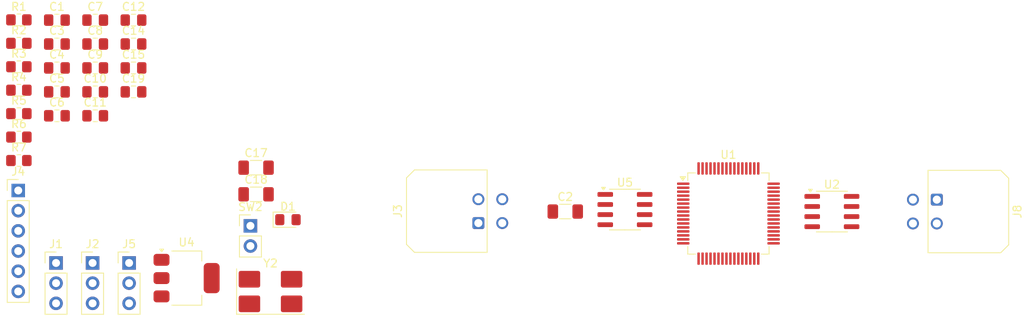
<source format=kicad_pcb>
(kicad_pcb (version 20241229) (generator "pcbnew") (generator_version "9.0")
  (layers (0 "F.Cu" signal) (2 "B.Cu" signal) (13 "F.Paste" user) (15 "B.Paste" user) (5 "F.SilkS" user "F.Silkscreen") (7 "B.SilkS" user "B.Silkscreen") (1 "F.Mask" user) (3 "B.Mask" user) (25 "Edge.Cuts" user))
  (net 0 "")
  (net 1 "GND")
  (net 2 "+3.3V")
  (net 3 "+3.3VA")
  (net 4 "Net-(C10-Pad1)")
  (net 5 "Net-(C12-Pad1)")
  (net 6 "Net-(U1-PD0)")
  (net 7 "Net-(U1-PD1)")
  (net 8 "+12V")
  (net 9 "NReset")
  (net 10 "Net-(D1-K)")
  (net 11 "Net-(J1-Pin_2)")
  (net 12 "Net-(J2-Pin_2)")
  (net 14 "2_CANL")
  (net 16 "2_CANH")
  (net 17 "SYS_JTDO")
  (net 18 "SYS_JTDI")
  (net 19 "SYS_JTCK-SW")
  (net 20 "SYS_JTMS-SWDIO")
  (net 21 "SYS_NJTRST")
  (net 22 "USART1_TX")
  (net 23 "USART1_RX")
  (net 24 "USART1_CK")
  (net 25 "1_CANH")
  (net 26 "1_CANL")
  (net 27 "LV_CANH")
  (net 28 "LV_CANL")
  (net 29 "Net-(U1-BOOT0)")
  (net 31 "MCU_CAN2_TX")
  (net 39 "MCU_CAN2_RX")
  (net 51 "MCU_CAN1_TX")
  (net 62 "MCU_CAN1_RX")
  (footprint "Capacitor_SMD:C_0805_2012Metric_Pad1.18x1.45mm_HandSolder" (layer "F.Cu") (at 80.135 65.95)
    (property "Reference" "C6" (at 0 -1.68 0) (layer "F.SilkS"))
    (property "Value" "100n")
    (fp_line (start -0.261252 -0.735) (end 0.261252 -0.735) (stroke (width 0.12)) (layer "F.SilkS"))
    (fp_line (start -0.261252 0.735) (end 0.261252 0.735) (stroke (width 0.12)) (layer "F.SilkS"))
    (pad "1" smd roundrect (at -1.0375 0) (size 1.175 1.45) (layers "F.Cu" "F.Mask" "F.Paste") (roundrect_rratio 0.212766) (net 2 "+3.3V"))
    (pad "2" smd roundrect (at 1.0375 0) (size 1.175 1.45) (layers "F.Cu" "F.Mask" "F.Paste") (roundrect_rratio 0.212766) (net 1 "GND"))
  )
  (footprint "Capacitor_SMD:C_0805_2012Metric_Pad1.18x1.45mm_HandSolder" (layer "F.Cu") (at 89.755 62.94)
    (property "Reference" "C19" (at 0 -1.68 0) (layer "F.SilkS"))
    (property "Value" "100n")
    (fp_line (start -0.261252 -0.735) (end 0.261252 -0.735) (stroke (width 0.12)) (layer "F.SilkS"))
    (fp_line (start -0.261252 0.735) (end 0.261252 0.735) (stroke (width 0.12)) (layer "F.SilkS"))
    (pad "1" smd roundrect (at -1.0375 0) (size 1.175 1.45) (layers "F.Cu" "F.Mask" "F.Paste") (roundrect_rratio 0.212766) (net 9 "NReset"))
    (pad "2" smd roundrect (at 1.0375 0) (size 1.175 1.45) (layers "F.Cu" "F.Mask" "F.Paste") (roundrect_rratio 0.212766) (net 1 "GND"))
  )
  (footprint "Capacitor_SMD:C_0805_2012Metric_Pad1.18x1.45mm_HandSolder" (layer "F.Cu") (at 80.135 62.94)
    (property "Reference" "C5" (at 0 -1.68 0) (layer "F.SilkS"))
    (property "Value" "100n")
    (fp_line (start -0.261252 -0.735) (end 0.261252 -0.735) (stroke (width 0.12)) (layer "F.SilkS"))
    (fp_line (start -0.261252 0.735) (end 0.261252 0.735) (stroke (width 0.12)) (layer "F.SilkS"))
    (pad "1" smd roundrect (at -1.0375 0) (size 1.175 1.45) (layers "F.Cu" "F.Mask" "F.Paste") (roundrect_rratio 0.212766) (net 2 "+3.3V"))
    (pad "2" smd roundrect (at 1.0375 0) (size 1.175 1.45) (layers "F.Cu" "F.Mask" "F.Paste") (roundrect_rratio 0.212766) (net 1 "GND"))
  )
  (footprint "Capacitor_SMD:C_0805_2012Metric_Pad1.18x1.45mm_HandSolder" (layer "F.Cu") (at 84.945 56.92)
    (property "Reference" "C8" (at 0 -1.68 0) (layer "F.SilkS"))
    (property "Value" "10n")
    (fp_line (start -0.261252 -0.735) (end 0.261252 -0.735) (stroke (width 0.12)) (layer "F.SilkS"))
    (fp_line (start -0.261252 0.735) (end 0.261252 0.735) (stroke (width 0.12)) (layer "F.SilkS"))
    (pad "1" smd roundrect (at -1.0375 0) (size 1.175 1.45) (layers "F.Cu" "F.Mask" "F.Paste") (roundrect_rratio 0.212766) (net 3 "+3.3VA"))
    (pad "2" smd roundrect (at 1.0375 0) (size 1.175 1.45) (layers "F.Cu" "F.Mask" "F.Paste") (roundrect_rratio 0.212766) (net 1 "GND"))
  )
  (footprint "Package_QFP:LQFP-64_10x10mm_P0.5mm" (layer "F.Cu") (at 164.5 78.25)
    (property "Reference" "U1" (at 0 -7.4 0) (layer "F.SilkS"))
    (property "Value" "STM32F105RBTx")
    (fp_line (start -5.11 -5.11) (end -5.11 -4.16) (stroke (width 0.12)) (layer "F.SilkS"))
    (fp_line (start -5.11 5.11) (end -5.11 4.16) (stroke (width 0.12)) (layer "F.SilkS"))
    (fp_line (start -4.16 -5.11) (end -5.11 -5.11) (stroke (width 0.12)) (layer "F.SilkS"))
    (fp_line (start -4.16 5.11) (end -5.11 5.11) (stroke (width 0.12)) (layer "F.SilkS"))
    (fp_line (start 4.16 -5.11) (end 5.11 -5.11) (stroke (width 0.12)) (layer "F.SilkS"))
    (fp_line (start 4.16 5.11) (end 5.11 5.11) (stroke (width 0.12)) (layer "F.SilkS"))
    (fp_line (start 5.11 -5.11) (end 5.11 -4.16) (stroke (width 0.12)) (layer "F.SilkS"))
    (fp_line (start 5.11 5.11) (end 5.11 4.16) (stroke (width 0.12)) (layer "F.SilkS"))
    (fp_poly (pts (xy -5.725 -4.16) (xy -6.065 -4.63) (xy -5.385 -4.63)) (stroke (width 0.12)) (fill yes) (layer "F.SilkS"))
    (pad "1" smd roundrect (at -5.675 -3.75) (size 1.55 0.3) (layers "F.Cu" "F.Mask" "F.Paste") (net 2 "+3.3V"))
    (pad "2" smd roundrect (at -5.675 -3.25) (size 1.55 0.3) (layers "F.Cu" "F.Mask" "F.Paste"))
    (pad "3" smd roundrect (at -5.675 -2.75) (size 1.55 0.3) (layers "F.Cu" "F.Mask" "F.Paste"))
    (pad "4" smd roundrect (at -5.675 -2.25) (size 1.55 0.3) (layers "F.Cu" "F.Mask" "F.Paste"))
    (pad "5" smd roundrect (at -5.675 -1.75) (size 1.55 0.3) (layers "F.Cu" "F.Mask" "F.Paste") (net 6 "Net-(U1-PD0)"))
    (pad "6" smd roundrect (at -5.675 -1.25) (size 1.55 0.3) (layers "F.Cu" "F.Mask" "F.Paste") (net 7 "Net-(U1-PD1)"))
    (pad "7" smd roundrect (at -5.675 -0.75) (size 1.55 0.3) (layers "F.Cu" "F.Mask" "F.Paste") (net 9 "NReset"))
    (pad "8" smd roundrect (at -5.675 -0.25) (size 1.55 0.3) (layers "F.Cu" "F.Mask" "F.Paste"))
    (pad "9" smd roundrect (at -5.675 0.25) (size 1.55 0.3) (layers "F.Cu" "F.Mask" "F.Paste"))
    (pad "10" smd roundrect (at -5.675 0.75) (size 1.55 0.3) (layers "F.Cu" "F.Mask" "F.Paste"))
    (pad "11" smd roundrect (at -5.675 1.25) (size 1.55 0.3) (layers "F.Cu" "F.Mask" "F.Paste"))
    (pad "12" smd roundrect (at -5.675 1.75) (size 1.55 0.3) (layers "F.Cu" "F.Mask" "F.Paste") (net 1 "GND"))
    (pad "13" smd roundrect (at -5.675 2.25) (size 1.55 0.3) (layers "F.Cu" "F.Mask" "F.Paste") (net 3 "+3.3VA"))
    (pad "14" smd roundrect (at -5.675 2.75) (size 1.55 0.3) (layers "F.Cu" "F.Mask" "F.Paste"))
    (pad "15" smd roundrect (at -5.675 3.25) (size 1.55 0.3) (layers "F.Cu" "F.Mask" "F.Paste"))
    (pad "16" smd roundrect (at -5.675 3.75) (size 1.55 0.3) (layers "F.Cu" "F.Mask" "F.Paste"))
    (pad "17" smd roundrect (at -3.75 5.675) (size 0.3 1.55) (layers "F.Cu" "F.Mask" "F.Paste"))
    (pad "18" smd roundrect (at -3.25 5.675) (size 0.3 1.55) (layers "F.Cu" "F.Mask" "F.Paste") (net 1 "GND"))
    (pad "19" smd roundrect (at -2.75 5.675) (size 0.3 1.55) (layers "F.Cu" "F.Mask" "F.Paste") (net 2 "+3.3V"))
    (pad "20" smd roundrect (at -2.25 5.675) (size 0.3 1.55) (layers "F.Cu" "F.Mask" "F.Paste"))
    (pad "21" smd roundrect (at -1.75 5.675) (size 0.3 1.55) (layers "F.Cu" "F.Mask" "F.Paste"))
    (pad "22" smd roundrect (at -1.25 5.675) (size 0.3 1.55) (layers "F.Cu" "F.Mask" "F.Paste"))
    (pad "23" smd roundrect (at -0.75 5.675) (size 0.3 1.55) (layers "F.Cu" "F.Mask" "F.Paste"))
    (pad "24" smd roundrect (at -0.25 5.675) (size 0.3 1.55) (layers "F.Cu" "F.Mask" "F.Paste"))
    (pad "25" smd roundrect (at 0.25 5.675) (size 0.3 1.55) (layers "F.Cu" "F.Mask" "F.Paste"))
    (pad "26" smd roundrect (at 0.75 5.675) (size 0.3 1.55) (layers "F.Cu" "F.Mask" "F.Paste"))
    (pad "27" smd roundrect (at 1.25 5.675) (size 0.3 1.55) (layers "F.Cu" "F.Mask" "F.Paste"))
    (pad "28" smd roundrect (at 1.75 5.675) (size 0.3 1.55) (layers "F.Cu" "F.Mask" "F.Paste") (net 11 "Net-(J1-Pin_2)"))
    (pad "29" smd roundrect (at 2.25 5.675) (size 0.3 1.55) (layers "F.Cu" "F.Mask" "F.Paste"))
    (pad "30" smd roundrect (at 2.75 5.675) (size 0.3 1.55) (layers "F.Cu" "F.Mask" "F.Paste"))
    (pad "31" smd roundrect (at 3.25 5.675) (size 0.3 1.55) (layers "F.Cu" "F.Mask" "F.Paste") (net 1 "GND"))
    (pad "32" smd roundrect (at 3.75 5.675) (size 0.3 1.55) (layers "F.Cu" "F.Mask" "F.Paste") (net 2 "+3.3V"))
    (pad "33" smd roundrect (at 5.675 3.75) (size 1.55 0.3) (layers "F.Cu" "F.Mask" "F.Paste") (net 39 "MCU_CAN2_RX"))
    (pad "34" smd roundrect (at 5.675 3.25) (size 1.55 0.3) (layers "F.Cu" "F.Mask" "F.Paste") (net 31 "MCU_CAN2_TX"))
    (pad "35" smd roundrect (at 5.675 2.75) (size 1.55 0.3) (layers "F.Cu" "F.Mask" "F.Paste"))
    (pad "36" smd roundrect (at 5.675 2.25) (size 1.55 0.3) (layers "F.Cu" "F.Mask" "F.Paste"))
    (pad "37" smd roundrect (at 5.675 1.75) (size 1.55 0.3) (layers "F.Cu" "F.Mask" "F.Paste"))
    (pad "38" smd roundrect (at 5.675 1.25) (size 1.55 0.3) (layers "F.Cu" "F.Mask" "F.Paste"))
    (pad "39" smd roundrect (at 5.675 0.75) (size 1.55 0.3) (layers "F.Cu" "F.Mask" "F.Paste"))
    (pad "40" smd roundrect (at 5.675 0.25) (size 1.55 0.3) (layers "F.Cu" "F.Mask" "F.Paste"))
    (pad "41" smd roundrect (at 5.675 -0.25) (size 1.55 0.3) (layers "F.Cu" "F.Mask" "F.Paste") (net 24 "USART1_CK"))
    (pad "42" smd roundrect (at 5.675 -0.75) (size 1.55 0.3) (layers "F.Cu" "F.Mask" "F.Paste") (net 22 "USART1_TX"))
    (pad "43" smd roundrect (at 5.675 -1.25) (size 1.55 0.3) (layers "F.Cu" "F.Mask" "F.Paste") (net 23 "USART1_RX"))
    (pad "44" smd roundrect (at 5.675 -1.75) (size 1.55 0.3) (layers "F.Cu" "F.Mask" "F.Paste"))
    (pad "45" smd roundrect (at 5.675 -2.25) (size 1.55 0.3) (layers "F.Cu" "F.Mask" "F.Paste"))
    (pad "46" smd roundrect (at 5.675 -2.75) (size 1.55 0.3) (layers "F.Cu" "F.Mask" "F.Paste") (net 20 "SYS_JTMS-SWDIO"))
    (pad "47" smd roundrect (at 5.675 -3.25) (size 1.55 0.3) (layers "F.Cu" "F.Mask" "F.Paste") (net 1 "GND"))
    (pad "48" smd roundrect (at 5.675 -3.75) (size 1.55 0.3) (layers "F.Cu" "F.Mask" "F.Paste") (net 2 "+3.3V"))
    (pad "49" smd roundrect (at 3.75 -5.675) (size 0.3 1.55) (layers "F.Cu" "F.Mask" "F.Paste") (net 19 "SYS_JTCK-SW"))
    (pad "50" smd roundrect (at 3.25 -5.675) (size 0.3 1.55) (layers "F.Cu" "F.Mask" "F.Paste") (net 18 "SYS_JTDI"))
    (pad "51" smd roundrect (at 2.75 -5.675) (size 0.3 1.55) (layers "F.Cu" "F.Mask" "F.Paste"))
    (pad "52" smd roundrect (at 2.25 -5.675) (size 0.3 1.55) (layers "F.Cu" "F.Mask" "F.Paste"))
    (pad "53" smd roundrect (at 1.75 -5.675) (size 0.3 1.55) (layers "F.Cu" "F.Mask" "F.Paste"))
    (pad "54" smd roundrect (at 1.25 -5.675) (size 0.3 1.55) (layers "F.Cu" "F.Mask" "F.Paste"))
    (pad "55" smd roundrect (at 0.75 -5.675) (size 0.3 1.55) (layers "F.Cu" "F.Mask" "F.Paste") (net 17 "SYS_JTDO"))
    (pad "56" smd roundrect (at 0.25 -5.675) (size 0.3 1.55) (layers "F.Cu" "F.Mask" "F.Paste") (net 21 "SYS_NJTRST"))
    (pad "57" smd roundrect (at -0.25 -5.675) (size 0.3 1.55) (layers "F.Cu" "F.Mask" "F.Paste"))
    (pad "58" smd roundrect (at -0.75 -5.675) (size 0.3 1.55) (layers "F.Cu" "F.Mask" "F.Paste"))
    (pad "59" smd roundrect (at -1.25 -5.675) (size 0.3 1.55) (layers "F.Cu" "F.Mask" "F.Paste"))
    (pad "60" smd roundrect (at -1.75 -5.675) (size 0.3 1.55) (layers "F.Cu" "F.Mask" "F.Paste") (net 29 "Net-(U1-BOOT0)"))
    (pad "61" smd roundrect (at -2.25 -5.675) (size 0.3 1.55) (layers "F.Cu" "F.Mask" "F.Paste") (net 62 "MCU_CAN1_RX"))
    (pad "62" smd roundrect (at -2.75 -5.675) (size 0.3 1.55) (layers "F.Cu" "F.Mask" "F.Paste") (net 51 "MCU_CAN1_TX"))
    (pad "63" smd roundrect (at -3.25 -5.675) (size 0.3 1.55) (layers "F.Cu" "F.Mask" "F.Paste") (net 1 "GND"))
    (pad "64" smd roundrect (at -3.75 -5.675) (size 0.3 1.55) (layers "F.Cu" "F.Mask" "F.Paste") (net 2 "+3.3V"))
  )
  (footprint "Capacitor_SMD:C_0805_2012Metric_Pad1.18x1.45mm_HandSolder" (layer "F.Cu") (at 84.945 59.93)
    (property "Reference" "C9" (at 0 -1.68 0) (layer "F.SilkS"))
    (property "Value" "1u")
    (fp_line (start -0.261252 -0.735) (end 0.261252 -0.735) (stroke (width 0.12)) (layer "F.SilkS"))
    (fp_line (start -0.261252 0.735) (end 0.261252 0.735) (stroke (width 0.12)) (layer "F.SilkS"))
    (pad "1" smd roundrect (at -1.0375 0) (size 1.175 1.45) (layers "F.Cu" "F.Mask" "F.Paste") (roundrect_rratio 0.212766) (net 2 "+3.3V"))
    (pad "2" smd roundrect (at 1.0375 0) (size 1.175 1.45) (layers "F.Cu" "F.Mask" "F.Paste") (roundrect_rratio 0.212766) (net 1 "GND"))
  )
  (footprint "Resistor_SMD:R_0805_2012Metric_Pad1.20x1.40mm_HandSolder" (layer "F.Cu") (at 75.355 59.78)
    (property "Reference" "R3" (at 0 -1.65 0) (layer "F.SilkS"))
    (property "Value" "60R")
    (fp_line (start -0.227064 -0.735) (end 0.227064 -0.735) (stroke (width 0.12)) (layer "F.SilkS"))
    (fp_line (start -0.227064 0.735) (end 0.227064 0.735) (stroke (width 0.12)) (layer "F.SilkS"))
    (pad "1" smd roundrect (at -1 0) (size 1.2 1.4) (layers "F.Cu" "F.Mask" "F.Paste") (roundrect_rratio 0.208333) (net 5 "Net-(C12-Pad1)"))
    (pad "2" smd roundrect (at 1 0) (size 1.2 1.4) (layers "F.Cu" "F.Mask" "F.Paste") (roundrect_rratio 0.208333) (net 16 "2_CANH"))
  )
  (footprint "Resistor_SMD:R_0805_2012Metric_Pad1.20x1.40mm_HandSolder" (layer "F.Cu") (at 75.355 53.88)
    (property "Reference" "R1" (at 0 -1.65 0) (layer "F.SilkS"))
    (property "Value" "60R")
    (fp_line (start -0.227064 -0.735) (end 0.227064 -0.735) (stroke (width 0.12)) (layer "F.SilkS"))
    (fp_line (start -0.227064 0.735) (end 0.227064 0.735) (stroke (width 0.12)) (layer "F.SilkS"))
    (pad "1" smd roundrect (at -1 0) (size 1.2 1.4) (layers "F.Cu" "F.Mask" "F.Paste") (roundrect_rratio 0.208333) (net 4 "Net-(C10-Pad1)"))
    (pad "2" smd roundrect (at 1 0) (size 1.2 1.4) (layers "F.Cu" "F.Mask" "F.Paste") (roundrect_rratio 0.208333) (net 27 "LV_CANH"))
  )
  (footprint "Connector_PinHeader_2.54mm:PinHeader_1x02_P2.54mm_Vertical" (layer "F.Cu") (at 104.445 79.8)
    (property "Reference" "SW2" (at 0 -2.38 0) (layer "F.SilkS"))
    (property "Value" "SW_Push")
    (fp_line (start -1.38 -1.38) (end 0 -1.38) (stroke (width 0.12)) (layer "F.SilkS"))
    (fp_line (start -1.38 0) (end -1.38 -1.38) (stroke (width 0.12)) (layer "F.SilkS"))
    (fp_line (start -1.38 1.27) (end -1.38 3.92) (stroke (width 0.12)) (layer "F.SilkS"))
    (fp_line (start -1.38 1.27) (end 1.38 1.27) (stroke (width 0.12)) (layer "F.SilkS"))
    (fp_line (start -1.38 3.92) (end 1.38 3.92) (stroke (width 0.12)) (layer "F.SilkS"))
    (fp_line (start 1.38 1.27) (end 1.38 3.92) (stroke (width 0.12)) (layer "F.SilkS"))
    (pad "1" thru_hole rect (at 0 0) (size 1.7 1.7) (drill 1) (layers "*.Cu" "*.Mask") (net 1 "GND"))
    (pad "2" thru_hole circle (at 0 2.54) (size 1.7 1.7) (drill 1) (layers "*.Cu" "*.Mask") (net 9 "NReset"))
  )
  (footprint "Capacitor_SMD:C_0805_2012Metric_Pad1.18x1.45mm_HandSolder" (layer "F.Cu") (at 89.755 56.92)
    (property "Reference" "C14" (at 0 -1.68 0) (layer "F.SilkS"))
    (property "Value" "20p")
    (fp_line (start -0.261252 -0.735) (end 0.261252 -0.735) (stroke (width 0.12)) (layer "F.SilkS"))
    (fp_line (start -0.261252 0.735) (end 0.261252 0.735) (stroke (width 0.12)) (layer "F.SilkS"))
    (pad "1" smd roundrect (at -1.0375 0) (size 1.175 1.45) (layers "F.Cu" "F.Mask" "F.Paste") (roundrect_rratio 0.212766) (net 6 "Net-(U1-PD0)"))
    (pad "2" smd roundrect (at 1.0375 0) (size 1.175 1.45) (layers "F.Cu" "F.Mask" "F.Paste") (roundrect_rratio 0.212766) (net 1 "GND"))
  )
  (footprint "Resistor_SMD:R_0805_2012Metric_Pad1.20x1.40mm_HandSolder" (layer "F.Cu") (at 75.355 56.83)
    (property "Reference" "R2" (at 0 -1.65 0) (layer "F.SilkS"))
    (property "Value" "60R")
    (fp_line (start -0.227064 -0.735) (end 0.227064 -0.735) (stroke (width 0.12)) (layer "F.SilkS"))
    (fp_line (start -0.227064 0.735) (end 0.227064 0.735) (stroke (width 0.12)) (layer "F.SilkS"))
    (pad "1" smd roundrect (at -1 0) (size 1.2 1.4) (layers "F.Cu" "F.Mask" "F.Paste") (roundrect_rratio 0.208333) (net 28 "LV_CANL"))
    (pad "2" smd roundrect (at 1 0) (size 1.2 1.4) (layers "F.Cu" "F.Mask" "F.Paste") (roundrect_rratio 0.208333) (net 4 "Net-(C10-Pad1)"))
  )
  (footprint "Connector_PinHeader_2.54mm:PinHeader_1x03_P2.54mm_Vertical" (layer "F.Cu") (at 80.025 84.47)
    (property "Reference" "J1" (at 0 -2.38 0) (layer "F.SilkS"))
    (property "Value" "BOOT1")
    (fp_line (start -1.38 -1.38) (end 0 -1.38) (stroke (width 0.12)) (layer "F.SilkS"))
    (fp_line (start -1.38 0) (end -1.38 -1.38) (stroke (width 0.12)) (layer "F.SilkS"))
    (fp_line (start -1.38 1.27) (end -1.38 6.46) (stroke (width 0.12)) (layer "F.SilkS"))
    (fp_line (start -1.38 1.27) (end 1.38 1.27) (stroke (width 0.12)) (layer "F.SilkS"))
    (fp_line (start -1.38 6.46) (end 1.38 6.46) (stroke (width 0.12)) (layer "F.SilkS"))
    (fp_line (start 1.38 1.27) (end 1.38 6.46) (stroke (width 0.12)) (layer "F.SilkS"))
    (pad "1" thru_hole rect (at 0 0) (size 1.7 1.7) (drill 1) (layers "*.Cu" "*.Mask") (net 2 "+3.3V"))
    (pad "2" thru_hole circle (at 0 2.54) (size 1.7 1.7) (drill 1) (layers "*.Cu" "*.Mask") (net 11 "Net-(J1-Pin_2)"))
    (pad "3" thru_hole circle (at 0 5.08) (size 1.7 1.7) (drill 1) (layers "*.Cu" "*.Mask") (net 1 "GND"))
  )
  (footprint "Capacitor_SMD:C_1206_3216Metric_Pad1.33x1.80mm_HandSolder" (layer "F.Cu") (at 144 78)
    (property "Reference" "C2" (at 0 -1.85 0) (layer "F.SilkS"))
    (property "Value" "4.7u")
    (fp_line (start -0.711252 -0.91) (end 0.711252 -0.91) (stroke (width 0.12)) (layer "F.SilkS"))
    (fp_line (start -0.711252 0.91) (end 0.711252 0.91) (stroke (width 0.12)) (layer "F.SilkS"))
    (pad "1" smd roundrect (at -1.5625 0) (size 1.325 1.8) (layers "F.Cu" "F.Mask" "F.Paste") (roundrect_rratio 0.188679) (net 2 "+3.3V"))
    (pad "2" smd roundrect (at 1.5625 0) (size 1.325 1.8) (layers "F.Cu" "F.Mask" "F.Paste") (roundrect_rratio 0.188679) (net 1 "GND"))
  )
  (footprint "Capacitor_SMD:C_0805_2012Metric_Pad1.18x1.45mm_HandSolder" (layer "F.Cu") (at 89.755 59.93)
    (property "Reference" "C15" (at 0 -1.68 0) (layer "F.SilkS"))
    (property "Value" "20p")
    (fp_line (start -0.261252 -0.735) (end 0.261252 -0.735) (stroke (width 0.12)) (layer "F.SilkS"))
    (fp_line (start -0.261252 0.735) (end 0.261252 0.735) (stroke (width 0.12)) (layer "F.SilkS"))
    (pad "1" smd roundrect (at -1.0375 0) (size 1.175 1.45) (layers "F.Cu" "F.Mask" "F.Paste") (roundrect_rratio 0.212766) (net 7 "Net-(U1-PD1)"))
    (pad "2" smd roundrect (at 1.0375 0) (size 1.175 1.45) (layers "F.Cu" "F.Mask" "F.Paste") (roundrect_rratio 0.212766) (net 1 "GND"))
  )
  (footprint "Capacitor_SMD:C_0805_2012Metric_Pad1.18x1.45mm_HandSolder" (layer "F.Cu") (at 80.135 53.91)
    (property "Reference" "C1" (at 0 -1.68 0) (layer "F.SilkS"))
    (property "Value" "100n")
    (fp_line (start -0.261252 -0.735) (end 0.261252 -0.735) (stroke (width 0.12)) (layer "F.SilkS"))
    (fp_line (start -0.261252 0.735) (end 0.261252 0.735) (stroke (width 0.12)) (layer "F.SilkS"))
    (pad "1" smd roundrect (at -1.0375 0) (size 1.175 1.45) (layers "F.Cu" "F.Mask" "F.Paste") (roundrect_rratio 0.212766) (net 2 "+3.3V"))
    (pad "2" smd roundrect (at 1.0375 0) (size 1.175 1.45) (layers "F.Cu" "F.Mask" "F.Paste") (roundrect_rratio 0.212766) (net 1 "GND"))
  )
  (footprint "Connector_PinHeader_2.54mm:PinHeader_1x06_P2.54mm_Vertical" (layer "F.Cu") (at 75.275 75.35)
    (property "Reference" "J4" (at 0 -2.38 0) (layer "F.SilkS"))
    (property "Value" "JTAG5")
    (fp_line (start -1.38 -1.38) (end 0 -1.38) (stroke (width 0.12)) (layer "F.SilkS"))
    (fp_line (start -1.38 0) (end -1.38 -1.38) (stroke (width 0.12)) (layer "F.SilkS"))
    (fp_line (start -1.38 1.27) (end -1.38 14.08) (stroke (width 0.12)) (layer "F.SilkS"))
    (fp_line (start -1.38 1.27) (end 1.38 1.27) (stroke (width 0.12)) (layer "F.SilkS"))
    (fp_line (start -1.38 14.08) (end 1.38 14.08) (stroke (width 0.12)) (layer "F.SilkS"))
    (fp_line (start 1.38 1.27) (end 1.38 14.08) (stroke (width 0.12)) (layer "F.SilkS"))
    (pad "1" thru_hole rect (at 0 0) (size 1.7 1.7) (drill 1) (layers "*.Cu" "*.Mask") (net 9 "NReset"))
    (pad "2" thru_hole circle (at 0 2.54) (size 1.7 1.7) (drill 1) (layers "*.Cu" "*.Mask") (net 21 "SYS_NJTRST"))
    (pad "3" thru_hole circle (at 0 5.08) (size 1.7 1.7) (drill 1) (layers "*.Cu" "*.Mask") (net 17 "SYS_JTDO"))
    (pad "4" thru_hole circle (at 0 7.62) (size 1.7 1.7) (drill 1) (layers "*.Cu" "*.Mask") (net 18 "SYS_JTDI"))
    (pad "5" thru_hole circle (at 0 10.16) (size 1.7 1.7) (drill 1) (layers "*.Cu" "*.Mask") (net 19 "SYS_JTCK-SW"))
    (pad "6" thru_hole circle (at 0 12.7) (size 1.7 1.7) (drill 1) (layers "*.Cu" "*.Mask") (net 20 "SYS_JTMS-SWDIO"))
  )
  (footprint "Connector_Molex:Molex_Micro-Fit_3.0_43045-0400_2x02_P3.00mm_Horizontal" (layer "F.Cu") (at 133.085 79.45 90)
    (property "Reference" "J3" (at 1.5 -10.12 90) (layer "F.SilkS"))
    (property "Value" "CAN 2")
    (fp_line (start 5.685 -9.03) (end 6.685 -8.03) (stroke (width 0.12)) (layer "F.SilkS"))
    (fp_line (start -2.685 -9.03) (end 5.685 -9.03) (stroke (width 0.12)) (layer "F.SilkS"))
    (fp_line (start 6.685 -8.03) (end 6.685 1.1) (stroke (width 0.12)) (layer "F.SilkS"))
    (fp_line (start -3.685 -8.03) (end -2.685 -9.03) (stroke (width 0.12)) (layer "F.SilkS"))
    (fp_line (start 6.685 1.1) (end -3.685 1.1) (stroke (width 0.12)) (layer "F.SilkS"))
    (fp_line (start -3.685 1.1) (end -3.685 -8.03) (stroke (width 0.12)) (layer "F.SilkS"))
    (pad "" np_thru_hole circle (at 1.5 -4.32 90) (size 3 3) (drill 3) (layers "*.Cu" "*.Mask"))
    (pad "1" thru_hole roundrect (at 0 0 90) (size 1.5 1.5) (drill 1.02) (layers "*.Cu" "*.Mask") (roundrect_rratio 0.166667))
    (pad "2" thru_hole circle (at 3 0 90) (size 1.5 1.5) (drill 1.02) (layers "*.Cu" "*.Mask"))
    (pad "3" thru_hole circle (at 0 3 90) (size 1.5 1.5) (drill 1.02) (layers "*.Cu" "*.Mask") (net 16 "2_CANH"))
    (pad "4" thru_hole circle (at 3 3 90) (size 1.5 1.5) (drill 1.02) (layers "*.Cu" "*.Mask") (net 14 "2_CANL"))
  )
  (footprint "Package_SO:SOIC-8_3.9x4.9mm_P1.27mm" (layer "F.Cu") (at 177.5 78)
    (property "Reference" "U2" (at 0 -3.4 0) (layer "F.SilkS"))
    (property "Value" "MAX3051ESA+")
    (fp_line (start 0 -2.56) (end -1.95 -2.56) (stroke (width 0.12)) (layer "F.SilkS"))
    (fp_line (start 0 -2.56) (end 1.95 -2.56) (stroke (width 0.12)) (layer "F.SilkS"))
    (fp_line (start 0 2.56) (end -1.95 2.56) (stroke (width 0.12)) (layer "F.SilkS"))
    (fp_line (start 0 2.56) (end 1.95 2.56) (stroke (width 0.12)) (layer "F.SilkS"))
    (fp_poly (pts (xy -2.7 -2.465) (xy -2.94 -2.795) (xy -2.46 -2.795)) (stroke (width 0.12)) (fill yes) (layer "F.SilkS"))
    (pad "1" smd roundrect (at -2.475 -1.905) (size 1.95 0.6) (layers "F.Cu" "F.Mask" "F.Paste") (net 31 "MCU_CAN2_TX"))
    (pad "2" smd roundrect (at -2.475 -0.635) (size 1.95 0.6) (layers "F.Cu" "F.Mask" "F.Paste") (net 1 "GND"))
    (pad "3" smd roundrect (at -2.475 0.635) (size 1.95 0.6) (layers "F.Cu" "F.Mask" "F.Paste") (net 2 "+3.3V"))
    (pad "4" smd roundrect (at -2.475 1.905) (size 1.95 0.6) (layers "F.Cu" "F.Mask" "F.Paste") (net 39 "MCU_CAN2_RX"))
    (pad "5" smd roundrect (at 2.475 1.905) (size 1.95 0.6) (layers "F.Cu" "F.Mask" "F.Paste"))
    (pad "6" smd roundrect (at 2.475 0.635) (size 1.95 0.6) (layers "F.Cu" "F.Mask" "F.Paste") (net 14 "2_CANL"))
    (pad "7" smd roundrect (at 2.475 -0.635) (size 1.95 0.6) (layers "F.Cu" "F.Mask" "F.Paste") (net 16 "2_CANH"))
    (pad "8" smd roundrect (at 2.475 -1.905) (size 1.95 0.6) (layers "F.Cu" "F.Mask" "F.Paste") (net 1 "GND"))
  )
  (footprint "Package_TO_SOT_SMD:SOT-223-3_TabPin2" (layer "F.Cu") (at 96.425 86.375)
    (property "Reference" "U4" (at 0 -4.5 0) (layer "F.SilkS"))
    (property "Value" "AZ1117CH-3.3TRG1")
    (fp_line (start -1.85 -3.41) (end 1.91 -3.41) (stroke (width 0.12)) (layer "F.SilkS"))
    (fp_line (start -1.85 3.41) (end 1.91 3.41) (stroke (width 0.12)) (layer "F.SilkS"))
    (fp_line (start 1.91 -3.41) (end 1.91 -2.15) (stroke (width 0.12)) (layer "F.SilkS"))
    (fp_line (start 1.91 3.41) (end 1.91 2.15) (stroke (width 0.12)) (layer "F.SilkS"))
    (fp_poly (pts (xy -3.13 -3.31) (xy -3.37 -3.64) (xy -2.89 -3.64) (xy -3.13 -3.31)) (stroke (width 0.12)) (fill yes) (layer "F.SilkS"))
    (pad "1" smd roundrect (at -3.15 -2.3) (size 2 1.5) (layers "F.Cu" "F.Mask" "F.Paste") (net 1 "GND"))
    (pad "2" smd roundrect (at -3.15 0) (size 2 1.5) (layers "F.Cu" "F.Mask" "F.Paste") (net 2 "+3.3V"))
    (pad "2" smd roundrect (at 3.15 0) (size 2 3.8) (layers "F.Cu" "F.Mask" "F.Paste") (net 2 "+3.3V"))
    (pad "3" smd roundrect (at -3.15 2.3) (size 2 1.5) (layers "F.Cu" "F.Mask" "F.Paste") (net 8 "+12V"))
  )
  (footprint "Capacitor_SMD:C_0805_2012Metric_Pad1.18x1.45mm_HandSolder" (layer "F.Cu") (at 80.135 56.92)
    (property "Reference" "C3" (at 0 -1.68 0) (layer "F.SilkS"))
    (property "Value" "100n")
    (fp_line (start -0.261252 -0.735) (end 0.261252 -0.735) (stroke (width 0.12)) (layer "F.SilkS"))
    (fp_line (start -0.261252 0.735) (end 0.261252 0.735) (stroke (width 0.12)) (layer "F.SilkS"))
    (pad "1" smd roundrect (at -1.0375 0) (size 1.175 1.45) (layers "F.Cu" "F.Mask" "F.Paste") (roundrect_rratio 0.212766) (net 2 "+3.3V"))
    (pad "2" smd roundrect (at 1.0375 0) (size 1.175 1.45) (layers "F.Cu" "F.Mask" "F.Paste") (roundrect_rratio 0.212766) (net 1 "GND"))
  )
  (footprint "LED_SMD:LED_0805_2012Metric_Pad1.15x1.40mm_HandSolder" (layer "F.Cu") (at 109.16 79.025)
    (property "Reference" "D1" (at 0 -1.65 0) (layer "F.SilkS"))
    (property "Value" "LED")
    (fp_line (start -1.86 -0.96) (end -1.86 0.96) (stroke (width 0.12)) (layer "F.SilkS"))
    (fp_line (start -1.86 0.96) (end 1 0.96) (stroke (width 0.12)) (layer "F.SilkS"))
    (fp_line (start 1 -0.96) (end -1.86 -0.96) (stroke (width 0.12)) (layer "F.SilkS"))
    (pad "1" smd roundrect (at -1.025 0) (size 1.15 1.4) (layers "F.Cu" "F.Mask" "F.Paste") (roundrect_rratio 0.217391) (net 10 "Net-(D1-K)"))
    (pad "2" smd roundrect (at 1.025 0) (size 1.15 1.4) (layers "F.Cu" "F.Mask" "F.Paste") (roundrect_rratio 0.217391) (net 8 "+12V"))
  )
  (footprint "Capacitor_SMD:C_1206_3216Metric_Pad1.33x1.80mm_HandSolder" (layer "F.Cu") (at 105.155 72.48)
    (property "Reference" "C17" (at 0 -1.85 0) (layer "F.SilkS"))
    (property "Value" "10u")
    (fp_line (start -0.711252 -0.91) (end 0.711252 -0.91) (stroke (width 0.12)) (layer "F.SilkS"))
    (fp_line (start -0.711252 0.91) (end 0.711252 0.91) (stroke (width 0.12)) (layer "F.SilkS"))
    (pad "1" smd roundrect (at -1.5625 0) (size 1.325 1.8) (layers "F.Cu" "F.Mask" "F.Paste") (roundrect_rratio 0.188679) (net 8 "+12V"))
    (pad "2" smd roundrect (at 1.5625 0) (size 1.325 1.8) (layers "F.Cu" "F.Mask" "F.Paste") (roundrect_rratio 0.188679) (net 1 "GND"))
  )
  (footprint "Crystal:Crystal_SMD_0603-4Pin_6.0x3.5mm_HandSoldering" (layer "F.Cu") (at 106.97 88.065)
    (property "Reference" "Y2" (at 0 -3.55 0) (layer "F.SilkS"))
    (property "Value" "406C35E25M00000")
    (fp_line (start -4.26 -2.86) (end -4.26 2.86) (stroke (width 0.12)) (layer "F.SilkS"))
    (fp_line (start -4.26 2.86) (end 4.26 2.86) (stroke (width 0.12)) (layer "F.SilkS"))
    (pad "1" smd roundrect (at -2.65 1.55) (size 2.7 2.1) (layers "F.Cu" "F.Mask" "F.Paste") (roundrect_rratio 0.119048) (net 6 "Net-(U1-PD0)"))
    (pad "2" smd roundrect (at 2.65 1.55) (size 2.7 2.1) (layers "F.Cu" "F.Mask" "F.Paste") (roundrect_rratio 0.119048) (net 1 "GND"))
    (pad "3" smd roundrect (at 2.65 -1.55) (size 2.7 2.1) (layers "F.Cu" "F.Mask" "F.Paste") (roundrect_rratio 0.119048) (net 7 "Net-(U1-PD1)"))
    (pad "4" smd roundrect (at -2.65 -1.55) (size 2.7 2.1) (layers "F.Cu" "F.Mask" "F.Paste") (roundrect_rratio 0.119048) (net 1 "GND"))
  )
  (footprint "Capacitor_SMD:C_0805_2012Metric_Pad1.18x1.45mm_HandSolder" (layer "F.Cu") (at 80.135 59.93)
    (property "Reference" "C4" (at 0 -1.68 0) (layer "F.SilkS"))
    (property "Value" "100n")
    (fp_line (start -0.261252 -0.735) (end 0.261252 -0.735) (stroke (width 0.12)) (layer "F.SilkS"))
    (fp_line (start -0.261252 0.735) (end 0.261252 0.735) (stroke (width 0.12)) (layer "F.SilkS"))
    (pad "1" smd roundrect (at -1.0375 0) (size 1.175 1.45) (layers "F.Cu" "F.Mask" "F.Paste") (roundrect_rratio 0.212766) (net 2 "+3.3V"))
    (pad "2" smd roundrect (at 1.0375 0) (size 1.175 1.45) (layers "F.Cu" "F.Mask" "F.Paste") (roundrect_rratio 0.212766) (net 1 "GND"))
  )
  (footprint "Capacitor_SMD:C_0805_2012Metric_Pad1.18x1.45mm_HandSolder" (layer "F.Cu") (at 89.755 53.91)
    (property "Reference" "C12" (at 0 -1.68 0) (layer "F.SilkS"))
    (property "Value" "4.7n")
    (fp_line (start -0.261252 -0.735) (end 0.261252 -0.735) (stroke (width 0.12)) (layer "F.SilkS"))
    (fp_line (start -0.261252 0.735) (end 0.261252 0.735) (stroke (width 0.12)) (layer "F.SilkS"))
    (pad "1" smd roundrect (at -1.0375 0) (size 1.175 1.45) (layers "F.Cu" "F.Mask" "F.Paste") (roundrect_rratio 0.212766) (net 5 "Net-(C12-Pad1)"))
    (pad "2" smd roundrect (at 1.0375 0) (size 1.175 1.45) (layers "F.Cu" "F.Mask" "F.Paste") (roundrect_rratio 0.212766) (net 1 "GND"))
  )
  (footprint "Connector_PinHeader_2.54mm:PinHeader_1x03_P2.54mm_Vertical" (layer "F.Cu") (at 84.615 84.47)
    (property "Reference" "J2" (at 0 -2.38 0) (layer "F.SilkS"))
    (property "Value" "BOOT0")
    (fp_line (start -1.38 -1.38) (end 0 -1.38) (stroke (width 0.12)) (layer "F.SilkS"))
    (fp_line (start -1.38 0) (end -1.38 -1.38) (stroke (width 0.12)) (layer "F.SilkS"))
    (fp_line (start -1.38 1.27) (end -1.38 6.46) (stroke (width 0.12)) (layer "F.SilkS"))
    (fp_line (start -1.38 1.27) (end 1.38 1.27) (stroke (width 0.12)) (layer "F.SilkS"))
    (fp_line (start -1.38 6.46) (end 1.38 6.46) (stroke (width 0.12)) (layer "F.SilkS"))
    (fp_line (start 1.38 1.27) (end 1.38 6.46) (stroke (width 0.12)) (layer "F.SilkS"))
    (pad "1" thru_hole rect (at 0 0) (size 1.7 1.7) (drill 1) (layers "*.Cu" "*.Mask") (net 1 "GND"))
    (pad "2" thru_hole circle (at 0 2.54) (size 1.7 1.7) (drill 1) (layers "*.Cu" "*.Mask") (net 12 "Net-(J2-Pin_2)"))
    (pad "3" thru_hole circle (at 0 5.08) (size 1.7 1.7) (drill 1) (layers "*.Cu" "*.Mask") (net 2 "+3.3V"))
  )
  (footprint "Capacitor_SMD:C_0805_2012Metric_Pad1.18x1.45mm_HandSolder" (layer "F.Cu") (at 84.945 62.94)
    (property "Reference" "C10" (at 0 -1.68 0) (layer "F.SilkS"))
    (property "Value" "4.7n")
    (fp_line (start -0.261252 -0.735) (end 0.261252 -0.735) (stroke (width 0.12)) (layer "F.SilkS"))
    (fp_line (start -0.261252 0.735) (end 0.261252 0.735) (stroke (width 0.12)) (layer "F.SilkS"))
    (pad "1" smd roundrect (at -1.0375 0) (size 1.175 1.45) (layers "F.Cu" "F.Mask" "F.Paste") (roundrect_rratio 0.212766) (net 4 "Net-(C10-Pad1)"))
    (pad "2" smd roundrect (at 1.0375 0) (size 1.175 1.45) (layers "F.Cu" "F.Mask" "F.Paste") (roundrect_rratio 0.212766) (net 1 "GND"))
  )
  (footprint "Capacitor_SMD:C_0805_2012Metric_Pad1.18x1.45mm_HandSolder" (layer "F.Cu") (at 84.945 65.95)
    (property "Reference" "C11" (at 0 -1.68 0) (layer "F.SilkS"))
    (property "Value" "100n")
    (fp_line (start -0.261252 -0.735) (end 0.261252 -0.735) (stroke (width 0.12)) (layer "F.SilkS"))
    (fp_line (start -0.261252 0.735) (end 0.261252 0.735) (stroke (width 0.12)) (layer "F.SilkS"))
    (pad "1" smd roundrect (at -1.0375 0) (size 1.175 1.45) (layers "F.Cu" "F.Mask" "F.Paste") (roundrect_rratio 0.212766) (net 1 "GND"))
    (pad "2" smd roundrect (at 1.0375 0) (size 1.175 1.45) (layers "F.Cu" "F.Mask" "F.Paste") (roundrect_rratio 0.212766) (net 2 "+3.3V"))
  )
  (footprint "Resistor_SMD:R_0805_2012Metric_Pad1.20x1.40mm_HandSolder" (layer "F.Cu") (at 75.355 71.58)
    (property "Reference" "R7" (at 0 -1.65 0) (layer "F.SilkS"))
    (property "Value" "10k")
    (fp_line (start -0.227064 -0.735) (end 0.227064 -0.735) (stroke (width 0.12)) (layer "F.SilkS"))
    (fp_line (start -0.227064 0.735) (end 0.227064 0.735) (stroke (width 0.12)) (layer "F.SilkS"))
    (pad "1" smd roundrect (at -1 0) (size 1.2 1.4) (layers "F.Cu" "F.Mask" "F.Paste") (roundrect_rratio 0.208333) (net 9 "NReset"))
    (pad "2" smd roundrect (at 1 0) (size 1.2 1.4) (layers "F.Cu" "F.Mask" "F.Paste") (roundrect_rratio 0.208333) (net 2 "+3.3V"))
  )
  (footprint "Resistor_SMD:R_0805_2012Metric_Pad1.20x1.40mm_HandSolder" (layer "F.Cu") (at 75.355 68.63)
    (property "Reference" "R6" (at 0 -1.65 0) (layer "F.SilkS"))
    (property "Value" "1k")
    (fp_line (start -0.227064 -0.735) (end 0.227064 -0.735) (stroke (width 0.12)) (layer "F.SilkS"))
    (fp_line (start -0.227064 0.735) (end 0.227064 0.735) (stroke (width 0.12)) (layer "F.SilkS"))
    (pad "1" smd roundrect (at -1 0) (size 1.2 1.4) (layers "F.Cu" "F.Mask" "F.Paste") (roundrect_rratio 0.208333) (net 1 "GND"))
    (pad "2" smd roundrect (at 1 0) (size 1.2 1.4) (layers "F.Cu" "F.Mask" "F.Paste") (roundrect_rratio 0.208333) (net 10 "Net-(D1-K)"))
  )
  (footprint "Resistor_SMD:R_0805_2012Metric_Pad1.20x1.40mm_HandSolder" (layer "F.Cu") (at 75.355 62.73)
    (property "Reference" "R4" (at 0 -1.65 0) (layer "F.SilkS"))
    (property "Value" "60R")
    (fp_line (start -0.227064 -0.735) (end 0.227064 -0.735) (stroke (width 0.12)) (layer "F.SilkS"))
    (fp_line (start -0.227064 0.735) (end 0.227064 0.735) (stroke (width 0.12)) (layer "F.SilkS"))
    (pad "1" smd roundrect (at -1 0) (size 1.2 1.4) (layers "F.Cu" "F.Mask" "F.Paste") (roundrect_rratio 0.208333) (net 14 "2_CANL"))
    (pad "2" smd roundrect (at 1 0) (size 1.2 1.4) (layers "F.Cu" "F.Mask" "F.Paste") (roundrect_rratio 0.208333) (net 5 "Net-(C12-Pad1)"))
  )
  (footprint "Resistor_SMD:R_0805_2012Metric_Pad1.20x1.40mm_HandSolder" (layer "F.Cu") (at 75.355 65.68)
    (property "Reference" "R5" (at 0 -1.65 0) (layer "F.SilkS"))
    (property "Value" "100")
    (fp_line (start -0.227064 -0.735) (end 0.227064 -0.735) (stroke (width 0.12)) (layer "F.SilkS"))
    (fp_line (start -0.227064 0.735) (end 0.227064 0.735) (stroke (width 0.12)) (layer "F.SilkS"))
    (pad "1" smd roundrect (at -1 0) (size 1.2 1.4) (layers "F.Cu" "F.Mask" "F.Paste") (roundrect_rratio 0.208333) (net 12 "Net-(J2-Pin_2)"))
    (pad "2" smd roundrect (at 1 0) (size 1.2 1.4) (layers "F.Cu" "F.Mask" "F.Paste") (roundrect_rratio 0.208333) (net 29 "Net-(U1-BOOT0)"))
  )
  (footprint "Connector_Molex:Molex_Micro-Fit_3.0_43045-0400_2x02_P3.00mm_Horizontal" (layer "F.Cu") (at 190.68 76.5 -90)
    (property "Reference" "J8" (at 1.5 -10.12 90) (layer "F.SilkS"))
    (property "Value" "CAN 1")
    (fp_line (start -3.685 1.1) (end -3.685 -8.03) (stroke (width 0.12)) (layer "F.SilkS"))
    (fp_line (start 6.685 1.1) (end -3.685 1.1) (stroke (width 0.12)) (layer "F.SilkS"))
    (fp_line (start -3.685 -8.03) (end -2.685 -9.03) (stroke (width 0.12)) (layer "F.SilkS"))
    (fp_line (start 6.685 -8.03) (end 6.685 1.1) (stroke (width 0.12)) (layer "F.SilkS"))
    (fp_line (start -2.685 -9.03) (end 5.685 -9.03) (stroke (width 0.12)) (layer "F.SilkS"))
    (fp_line (start 5.685 -9.03) (end 6.685 -8.03) (stroke (width 0.12)) (layer "F.SilkS"))
    (pad "" np_thru_hole circle (at 1.5 -4.32 270) (size 3 3) (drill 3) (layers "*.Cu" "*.Mask"))
    (pad "1" thru_hole roundrect (at 0 0 270) (size 1.5 1.5) (drill 1.02) (layers "*.Cu" "*.Mask") (roundrect_rratio 0.166667) (net 1 "GND"))
    (pad "2" thru_hole circle (at 3 0 270) (size 1.5 1.5) (drill 1.02) (layers "*.Cu" "*.Mask") (net 8 "+12V"))
    (pad "3" thru_hole circle (at 0 3 270) (size 1.5 1.5) (drill 1.02) (layers "*.Cu" "*.Mask") (net 25 "1_CANH"))
    (pad "4" thru_hole circle (at 3 3 270) (size 1.5 1.5) (drill 1.02) (layers "*.Cu" "*.Mask") (net 26 "1_CANL"))
  )
  (footprint "Package_SO:SOIC-8_3.9x4.9mm_P1.27mm" (layer "F.Cu") (at 151.5 77.75)
    (property "Reference" "U5" (at 0 -3.4 0) (layer "F.SilkS"))
    (property "Value" "MAX3051ESA+")
    (fp_line (start 0 -2.56) (end -1.95 -2.56) (stroke (width 0.12)) (layer "F.SilkS"))
    (fp_line (start 0 -2.56) (end 1.95 -2.56) (stroke (width 0.12)) (layer "F.SilkS"))
    (fp_line (start 0 2.56) (end -1.95 2.56) (stroke (width 0.12)) (layer "F.SilkS"))
    (fp_line (start 0 2.56) (end 1.95 2.56) (stroke (width 0.12)) (layer "F.SilkS"))
    (fp_poly (pts (xy -2.7 -2.465) (xy -2.94 -2.795) (xy -2.46 -2.795)) (stroke (width 0.12)) (fill yes) (layer "F.SilkS"))
    (pad "1" smd roundrect (at -2.475 -1.905) (size 1.95 0.6) (layers "F.Cu" "F.Mask" "F.Paste") (net 51 "MCU_CAN1_TX"))
    (pad "2" smd roundrect (at -2.475 -0.635) (size 1.95 0.6) (layers "F.Cu" "F.Mask" "F.Paste") (net 1 "GND"))
    (pad "3" smd roundrect (at -2.475 0.635) (size 1.95 0.6) (layers "F.Cu" "F.Mask" "F.Paste") (net 2 "+3.3V"))
    (pad "4" smd roundrect (at -2.475 1.905) (size 1.95 0.6) (layers "F.Cu" "F.Mask" "F.Paste") (net 62 "MCU_CAN1_RX"))
    (pad "5" smd roundrect (at 2.475 1.905) (size 1.95 0.6) (layers "F.Cu" "F.Mask" "F.Paste"))
    (pad "6" smd roundrect (at 2.475 0.635) (size 1.95 0.6) (layers "F.Cu" "F.Mask" "F.Paste") (net 28 "LV_CANL"))
    (pad "7" smd roundrect (at 2.475 -0.635) (size 1.95 0.6) (layers "F.Cu" "F.Mask" "F.Paste") (net 27 "LV_CANH"))
    (pad "8" smd roundrect (at 2.475 -1.905) (size 1.95 0.6) (layers "F.Cu" "F.Mask" "F.Paste") (net 1 "GND"))
  )
  (footprint "Capacitor_SMD:C_1206_3216Metric_Pad1.33x1.80mm_HandSolder" (layer "F.Cu") (at 105.155 75.83)
    (property "Reference" "C18" (at 0 -1.85 0) (layer "F.SilkS"))
    (property "Value" "22u")
    (fp_line (start -0.711252 -0.91) (end 0.711252 -0.91) (stroke (width 0.12)) (layer "F.SilkS"))
    (fp_line (start -0.711252 0.91) (end 0.711252 0.91) (stroke (width 0.12)) (layer "F.SilkS"))
    (pad "1" smd roundrect (at -1.5625 0) (size 1.325 1.8) (layers "F.Cu" "F.Mask" "F.Paste") (roundrect_rratio 0.188679) (net 2 "+3.3V"))
    (pad "2" smd roundrect (at 1.5625 0) (size 1.325 1.8) (layers "F.Cu" "F.Mask" "F.Paste") (roundrect_rratio 0.188679) (net 1 "GND"))
  )
  (footprint "Connector_PinHeader_2.54mm:PinHeader_1x03_P2.54mm_Vertical" (layer "F.Cu") (at 89.205 84.47)
    (property "Reference" "J5" (at 0 -2.38 0) (layer "F.SilkS"))
    (property "Value" "USART1")
    (fp_line (start -1.38 -1.38) (end 0 -1.38) (stroke (width 0.12)) (layer "F.SilkS"))
    (fp_line (start -1.38 0) (end -1.38 -1.38) (stroke (width 0.12)) (layer "F.SilkS"))
    (fp_line (start -1.38 1.27) (end -1.38 6.46) (stroke (width 0.12)) (layer "F.SilkS"))
    (fp_line (start -1.38 1.27) (end 1.38 1.27) (stroke (width 0.12)) (layer "F.SilkS"))
    (fp_line (start -1.38 6.46) (end 1.38 6.46) (stroke (width 0.12)) (layer "F.SilkS"))
    (fp_line (start 1.38 1.27) (end 1.38 6.46) (stroke (width 0.12)) (layer "F.SilkS"))
    (pad "1" thru_hole rect (at 0 0) (size 1.7 1.7) (drill 1) (layers "*.Cu" "*.Mask") (net 23 "USART1_RX"))
    (pad "2" thru_hole circle (at 0 2.54) (size 1.7 1.7) (drill 1) (layers "*.Cu" "*.Mask") (net 22 "USART1_TX"))
    (pad "3" thru_hole circle (at 0 5.08) (size 1.7 1.7) (drill 1) (layers "*.Cu" "*.Mask") (net 24 "USART1_CK"))
  )
  (footprint "Capacitor_SMD:C_0805_2012Metric_Pad1.18x1.45mm_HandSolder" (layer "F.Cu") (at 84.945 53.91)
    (property "Reference" "C7" (at 0 -1.68 0) (layer "F.SilkS"))
    (property "Value" "100n")
    (fp_line (start -0.261252 -0.735) (end 0.261252 -0.735) (stroke (width 0.12)) (layer "F.SilkS"))
    (fp_line (start -0.261252 0.735) (end 0.261252 0.735) (stroke (width 0.12)) (layer "F.SilkS"))
    (pad "1" smd roundrect (at -1.0375 0) (size 1.175 1.45) (layers "F.Cu" "F.Mask" "F.Paste") (roundrect_rratio 0.212766) (net 1 "GND"))
    (pad "2" smd roundrect (at 1.0375 0) (size 1.175 1.45) (layers "F.Cu" "F.Mask" "F.Paste") (roundrect_rratio 0.212766) (net 2 "+3.3V"))
  )
)
</source>
